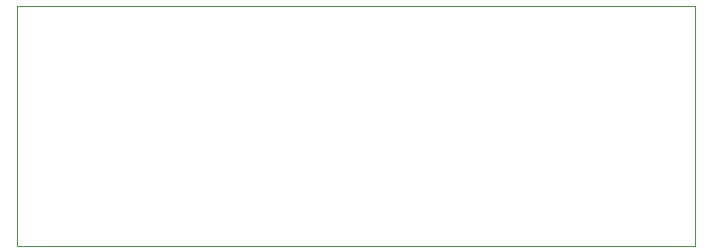
<source format=gbr>
%TF.GenerationSoftware,KiCad,Pcbnew,(5.1.9-0-10_14)*%
%TF.CreationDate,2021-04-09T15:24:22+02:00*%
%TF.ProjectId,P1_wifi,50315f77-6966-4692-9e6b-696361645f70,rev?*%
%TF.SameCoordinates,Original*%
%TF.FileFunction,Profile,NP*%
%FSLAX46Y46*%
G04 Gerber Fmt 4.6, Leading zero omitted, Abs format (unit mm)*
G04 Created by KiCad (PCBNEW (5.1.9-0-10_14)) date 2021-04-09 15:24:22*
%MOMM*%
%LPD*%
G01*
G04 APERTURE LIST*
%TA.AperFunction,Profile*%
%ADD10C,0.050000*%
%TD*%
G04 APERTURE END LIST*
D10*
X57404000Y20320000D02*
X57404000Y0D01*
X0Y20320000D02*
X57404000Y20320000D01*
X0Y0D02*
X0Y20320000D01*
X0Y0D02*
X57404000Y0D01*
M02*

</source>
